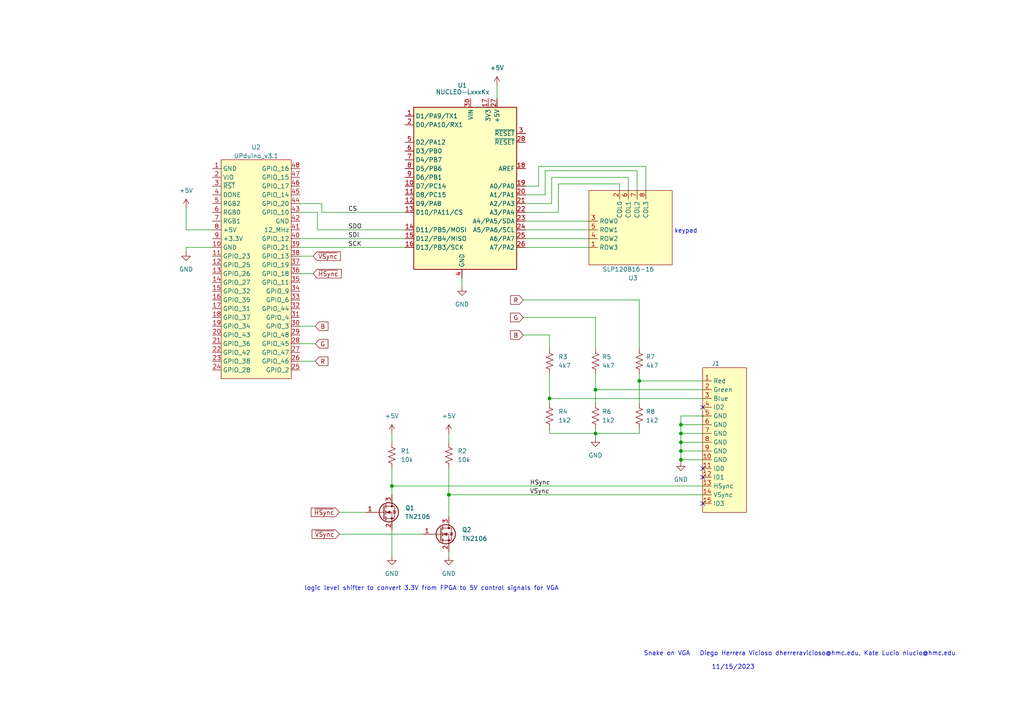
<source format=kicad_sch>
(kicad_sch (version 20230121) (generator eeschema)
  (paper "A4")
  (lib_symbols
    (symbol "Device:R_US" (pin_numbers hide) (pin_names (offset 0))
      (property "Reference" "R" (at 2.54 0 90))
      (property "Value" "R_US" (at -2.54 0 90))
      (symbol "R_US_0_1"
        (polyline (pts (xy 0 -2.286) (xy 0 -2.54)))
        (polyline (pts (xy 0 2.286) (xy 0 2.54)))
        (polyline (pts (xy 0 -0.762) (xy 1.016 -1.143) (xy 0 -1.524) (xy -1.016 -1.905) (xy 0 -2.286)))
        (polyline (pts (xy 0 0.762) (xy 1.016 0.381) (xy 0 0) (xy -1.016 -0.381) (xy 0 -0.762)))
        (polyline (pts (xy 0 2.286) (xy 1.016 1.905) (xy 0 1.524) (xy -1.016 1.143) (xy 0 0.762)))
      )
      (symbol "R_US_1_1"
        (pin passive line (at 0 3.81 270) (length 1.27) (name "~") (number "1"))
        (pin passive line (at 0 -3.81 90) (length 1.27) (name "~") (number "2"))
      )
    )
    (symbol "E155_Symbols:NUCLEO-LxxxKx"
      (property "Reference" "U?" (at -10.16 23.495 0))
      (property "Value" "NUCLEO-LxxxKx" (at -17.145 27.94 0))
      (symbol "NUCLEO-LxxxKx_0_1"
        (rectangle (start -13.97 22.86) (end 15.875 -24.13) (stroke (width 0.254)) (fill (type background)))
      )
      (symbol "NUCLEO-LxxxKx_1_1"
        (pin bidirectional line (at -16.51 20.32 0) (length 2.54) (name "D1/PA9/TX1") (number "1"))
        (pin bidirectional line (at -16.51 0 0) (length 2.54) (name "D7/PC14") (number "10"))
        (pin bidirectional line (at -16.51 -2.54 0) (length 2.54) (name "D8/PC15") (number "11"))
        (pin bidirectional line (at -16.51 -5.08 0) (length 2.54) (name "D9/PA8") (number "12"))
        (pin bidirectional line (at -16.51 -7.62 0) (length 2.54) (name "D10/PA11/CS") (number "13"))
        (pin bidirectional line (at -16.51 -12.7 0) (length 2.54) (name "D11/PB5/MOSI") (number "14"))
        (pin bidirectional line (at -16.51 -15.24 0) (length 2.54) (name "D12/PB4/MISO") (number "15"))
        (pin bidirectional line (at -16.51 -17.78 0) (length 2.54) (name "D13/PB3/SCK") (number "16"))
        (pin power_out line (at 7.62 25.4 270) (length 2.54) (name "3V3") (number "17"))
        (pin input line (at 18.415 5.08 180) (length 2.54) (name "AREF") (number "18"))
        (pin bidirectional line (at 18.415 0 180) (length 2.54) (name "A0/PA0") (number "19"))
        (pin bidirectional line (at -16.51 17.78 0) (length 2.54) (name "D0/PA10/RX1") (number "2"))
        (pin bidirectional line (at 18.415 -2.54 180) (length 2.54) (name "A1/PA1") (number "20"))
        (pin bidirectional line (at 18.415 -5.08 180) (length 2.54) (name "A2/PA3") (number "21"))
        (pin bidirectional line (at 18.415 -7.62 180) (length 2.54) (name "A3/PA4") (number "22"))
        (pin bidirectional line (at 18.415 -10.16 180) (length 2.54) (name "A4/PA5/SDA") (number "23"))
        (pin bidirectional line (at 18.415 -12.7 180) (length 2.54) (name "A5/PA6/SCL") (number "24"))
        (pin bidirectional line (at 18.415 -15.24 180) (length 2.54) (name "A6/PA7") (number "25"))
        (pin bidirectional line (at 18.415 -17.78 180) (length 2.54) (name "A7/PA2") (number "26"))
        (pin power_out line (at 10.16 25.4 270) (length 2.54) (name "+5V") (number "27"))
        (pin input line (at 18.415 12.7 180) (length 2.54) (name "~{RESET}") (number "28"))
        (pin passive line (at 0 -26.67 90) (length 2.54) hide (name "GND") (number "29"))
        (pin input line (at 18.415 15.24 180) (length 2.54) (name "~{RESET}") (number "3"))
        (pin power_in line (at 2.54 25.4 270) (length 2.54) (name "VIN") (number "30"))
        (pin power_in line (at 0 -26.67 90) (length 2.54) (name "GND") (number "4"))
        (pin bidirectional line (at -16.51 12.7 0) (length 2.54) (name "D2/PA12") (number "5"))
        (pin bidirectional line (at -16.51 10.16 0) (length 2.54) (name "D3/PB0") (number "6"))
        (pin bidirectional line (at -16.51 7.62 0) (length 2.54) (name "D4/PB7") (number "7"))
        (pin bidirectional line (at -16.51 5.08 0) (length 2.54) (name "D5/PB6") (number "8"))
        (pin bidirectional line (at -16.51 2.54 0) (length 2.54) (name "D6/PB1") (number "9"))
      )
    )
    (symbol "E155_Symbols:UPduino_v3.1"
      (property "Reference" "U" (at 0 0 0))
      (property "Value" "UPduino_v3.1" (at 0 -1.905 0))
      (symbol "UPduino_v3.1_0_1"
        (rectangle (start -10.16 66.04) (end 10.16 2.54) (stroke (width 0.1524)) (fill (type background)))
      )
      (symbol "UPduino_v3.1_1_1"
        (pin power_in line (at -12.7 63.5 0) (length 2.54) (name "GND") (number "1"))
        (pin input line (at -12.7 40.64 0) (length 2.54) (name "GND") (number "10"))
        (pin input line (at -12.7 38.1 0) (length 2.54) (name "GPIO_23") (number "11"))
        (pin input line (at -12.7 35.56 0) (length 2.54) (name "GPIO_25") (number "12"))
        (pin input line (at -12.7 33.02 0) (length 2.54) (name "GPIO_26") (number "13"))
        (pin input line (at -12.7 30.48 0) (length 2.54) (name "GPIO_27") (number "14"))
        (pin input line (at -12.7 27.94 0) (length 2.54) (name "GPIO_32") (number "15"))
        (pin input line (at -12.7 25.4 0) (length 2.54) (name "GPIO_35") (number "16"))
        (pin input line (at -12.7 22.86 0) (length 2.54) (name "GPIO_31") (number "17"))
        (pin input line (at -12.7 20.32 0) (length 2.54) (name "GPIO_37") (number "18"))
        (pin input line (at -12.7 17.78 0) (length 2.54) (name "GPIO_34") (number "19"))
        (pin input line (at -12.7 60.96 0) (length 2.54) (name "VIO") (number "2"))
        (pin input line (at -12.7 15.24 0) (length 2.54) (name "GPIO_43") (number "20"))
        (pin input line (at -12.7 12.7 0) (length 2.54) (name "GPIO_36") (number "21"))
        (pin input line (at -12.7 10.16 0) (length 2.54) (name "GPIO_42") (number "22"))
        (pin input line (at -12.7 7.62 0) (length 2.54) (name "GPIO_38") (number "23"))
        (pin input line (at -12.7 5.08 0) (length 2.54) (name "GPIO_28") (number "24"))
        (pin input line (at 12.7 5.08 180) (length 2.54) (name "GPIO_2") (number "25"))
        (pin input line (at 12.7 7.62 180) (length 2.54) (name "GPIO_46") (number "26"))
        (pin input line (at 12.7 10.16 180) (length 2.54) (name "GPIO_47") (number "27"))
        (pin input line (at 12.7 12.7 180) (length 2.54) (name "GPIO_45") (number "28"))
        (pin input line (at 12.7 15.24 180) (length 2.54) (name "GPIO_48") (number "29"))
        (pin input line (at -12.7 58.42 0) (length 2.54) (name "~{RST}") (number "3"))
        (pin input line (at 12.7 17.78 180) (length 2.54) (name "GPIO_3") (number "30"))
        (pin input line (at 12.7 20.32 180) (length 2.54) (name "GPIO_4") (number "31"))
        (pin input line (at 12.7 22.86 180) (length 2.54) (name "GPIO_44") (number "32"))
        (pin input line (at 12.7 25.4 180) (length 2.54) (name "GPIO_6") (number "33"))
        (pin input line (at 12.7 27.94 180) (length 2.54) (name "GPIO_9") (number "34"))
        (pin input line (at 12.7 30.48 180) (length 2.54) (name "GPIO_11") (number "35"))
        (pin input line (at 12.7 33.02 180) (length 2.54) (name "GPIO_18") (number "36"))
        (pin input line (at 12.7 35.56 180) (length 2.54) (name "GPIO_19") (number "37"))
        (pin input line (at 12.7 38.1 180) (length 2.54) (name "GPIO_13") (number "38"))
        (pin input line (at 12.7 40.64 180) (length 2.54) (name "GPIO_21") (number "39"))
        (pin input line (at -12.7 55.88 0) (length 2.54) (name "DONE") (number "4"))
        (pin input line (at 12.7 43.18 180) (length 2.54) (name "GPIO_12") (number "40"))
        (pin input line (at 12.7 45.72 180) (length 2.54) (name "12_MHz") (number "41"))
        (pin input line (at 12.7 48.26 180) (length 2.54) (name "GND") (number "42"))
        (pin input line (at 12.7 50.8 180) (length 2.54) (name "GPIO_10") (number "43"))
        (pin input line (at 12.7 53.34 180) (length 2.54) (name "GPIO_20") (number "44"))
        (pin input line (at 12.7 55.88 180) (length 2.54) (name "GPIO_14") (number "45"))
        (pin input line (at 12.7 58.42 180) (length 2.54) (name "GPIO_17") (number "46"))
        (pin input line (at 12.7 60.96 180) (length 2.54) (name "GPIO_15") (number "47"))
        (pin input line (at 12.7 63.5 180) (length 2.54) (name "GPIO_16") (number "48"))
        (pin input line (at -12.7 53.34 0) (length 2.54) (name "RGB2") (number "5"))
        (pin input line (at -12.7 50.8 0) (length 2.54) (name "RGB0") (number "6"))
        (pin input line (at -12.7 48.26 0) (length 2.54) (name "RGB1") (number "7"))
        (pin input line (at -12.7 45.72 0) (length 2.54) (name "+5V") (number "8"))
        (pin input line (at -12.7 43.18 0) (length 2.54) (name "+3.3V") (number "9"))
      )
    )
    (symbol "Keypad_Lib:SLP120B16-16"
      (property "Reference" "U" (at 1.27 -5.08 0))
      (property "Value" "SLP120B16-16" (at 3.81 -2.54 0))
      (symbol "SLP120B16-16_1_1"
        (rectangle (start -12.7 10.16) (end 11.43 -11.43) (fill (type background)))
        (pin input line (at -12.7 -6.35 0) (length 2.54) (name "ROW3") (number "1"))
        (pin input line (at -3.81 10.16 270) (length 2.54) (name "COL0") (number "2"))
        (pin input line (at -12.7 1.27 0) (length 2.54) (name "ROW0") (number "3"))
        (pin input line (at -12.7 -3.81 0) (length 2.54) (name "ROW2") (number "4"))
        (pin input line (at -12.7 -1.27 0) (length 2.54) (name "ROW1") (number "5"))
        (pin input line (at -1.27 10.16 270) (length 2.54) (name "COL1") (number "6"))
        (pin input line (at 1.27 10.16 270) (length 2.54) (name "COL2") (number "7"))
        (pin input line (at 3.81 10.16 270) (length 2.54) (name "COL3") (number "8"))
      )
    )
    (symbol "Transistor_FET:BSN20" (pin_names hide)
      (property "Reference" "Q" (at 5.08 1.905 0))
      (property "Value" "BSN20" (at 5.08 0 0))
      (symbol "BSN20_0_1"
        (polyline (pts (xy 0.254 0) (xy -2.54 0)))
        (polyline (pts (xy 0.254 1.905) (xy 0.254 -1.905)) (stroke (width 0.254)))
        (polyline (pts (xy 0.762 -1.27) (xy 0.762 -2.286)) (stroke (width 0.254)))
        (polyline (pts (xy 0.762 0.508) (xy 0.762 -0.508)) (stroke (width 0.254)))
        (polyline (pts (xy 0.762 2.286) (xy 0.762 1.27)) (stroke (width 0.254)))
        (polyline (pts (xy 2.54 2.54) (xy 2.54 1.778)))
        (polyline (pts (xy 2.54 -2.54) (xy 2.54 0) (xy 0.762 0)))
        (polyline (pts (xy 0.762 -1.778) (xy 3.302 -1.778) (xy 3.302 1.778) (xy 0.762 1.778)))
        (polyline (pts (xy 1.016 0) (xy 2.032 0.381) (xy 2.032 -0.381) (xy 1.016 0)) (fill (type outline)))
        (polyline (pts (xy 2.794 0.508) (xy 2.921 0.381) (xy 3.683 0.381) (xy 3.81 0.254)))
        (polyline (pts (xy 3.302 0.381) (xy 2.921 -0.254) (xy 3.683 -0.254) (xy 3.302 0.381)))
        (circle (center 1.651 0) (radius 2.794) (stroke (width 0.254)))
        (circle (center 2.54 -1.778) (radius 0.254) (fill (type outline)))
        (circle (center 2.54 1.778) (radius 0.254) (fill (type outline)))
      )
      (symbol "BSN20_1_1"
        (pin input line (at -5.08 0 0) (length 2.54) (name "G") (number "1"))
        (pin passive line (at 2.54 -5.08 90) (length 2.54) (name "S") (number "2"))
        (pin passive line (at 2.54 5.08 270) (length 2.54) (name "D") (number "3"))
      )
    )
    (symbol "power:+5V" (power) (pin_names (offset 0))
      (property "Value" "+5V" (at 0 3.556 0))
      (symbol "+5V_0_1"
        (polyline (pts (xy -0.762 1.27) (xy 0 2.54)))
        (polyline (pts (xy 0 0) (xy 0 2.54)))
        (polyline (pts (xy 0 2.54) (xy 0.762 1.27)))
      )
      (symbol "+5V_1_1"
        (pin power_in line (at 0 0 90) (length 0) hide (name "+5V") (number "1"))
      )
    )
    (symbol "power:GND" (power) (pin_names (offset 0))
      (property "Value" "GND" (at 0 -3.81 0))
      (symbol "GND_0_1"
        (polyline (pts (xy 0 0) (xy 0 -1.27) (xy 1.27 -1.27) (xy 0 -2.54) (xy -1.27 -1.27) (xy 0 -1.27)))
      )
      (symbol "GND_1_1"
        (pin power_in line (at 0 0 270) (length 0) hide (name "GND") (number "1"))
      )
    )
    (symbol "snake_vga_lib:VGA_CONN"
      (property "Reference" "J" (at -2.54 21.59 0))
      (symbol "VGA_CONN_1_1"
        (rectangle (start -7.62 20.32) (end 5.08 -21.59) (fill (type background)))
        (pin input line (at -7.62 16.51 0) (length 2.54) (name "Red") (number "1"))
        (pin input line (at -7.62 -6.35 0) (length 2.54) (name "GND") (number "10"))
        (pin input line (at -7.62 -8.89 0) (length 2.54) (name "ID0") (number "11"))
        (pin input line (at -7.62 -11.43 0) (length 2.54) (name "ID1") (number "12"))
        (pin input line (at -7.62 -13.97 0) (length 2.54) (name "HSync") (number "13"))
        (pin input line (at -7.62 -16.51 0) (length 2.54) (name "VSync") (number "14"))
        (pin input line (at -7.62 -19.05 0) (length 2.54) (name "ID3") (number "15"))
        (pin input line (at -7.62 13.97 0) (length 2.54) (name "Green") (number "2"))
        (pin input line (at -7.62 11.43 0) (length 2.54) (name "Blue") (number "3"))
        (pin input line (at -7.62 8.89 0) (length 2.54) (name "ID2") (number "4"))
        (pin input line (at -7.62 6.35 0) (length 2.54) (name "GND") (number "5"))
        (pin input line (at -7.62 3.81 0) (length 2.54) (name "GND") (number "6"))
        (pin input line (at -7.62 1.27 0) (length 2.54) (name "GND") (number "7"))
        (pin input line (at -7.62 -1.27 0) (length 2.54) (name "GND") (number "8"))
        (pin input line (at -7.62 -3.81 0) (length 2.54) (name "GND") (number "9"))
      )
    )
  )
  (junction (at 197.485 130.81))
  (junction (at 197.485 123.19))
  (junction (at 185.42 110.49))
  (junction (at 197.485 133.35))
  (junction (at 197.485 125.73))
  (junction (at 130.175 143.51))
  (junction (at 172.72 125.73))
  (junction (at 197.485 128.27))
  (junction (at 113.665 140.97))
  (junction (at 159.385 115.57))
  (junction (at 172.72 113.03))
  (no_connect (at 203.835 138.43))
  (no_connect (at 203.835 118.11))
  (no_connect (at 203.835 146.05))
  (no_connect (at 203.835 135.89))
  (wire (pts (xy 185.42 108.585) (xy 185.42 110.49)))
  (wire (pts (xy 86.995 104.775) (xy 91.44 104.775)))
  (wire (pts (xy 113.665 153.67) (xy 113.665 161.29)))
  (wire (pts (xy 130.175 125.73) (xy 130.175 128.27)))
  (wire (pts (xy 159.385 115.57) (xy 159.385 116.84)))
  (wire (pts (xy 179.705 53.34) (xy 179.705 55.245)))
  (wire (pts (xy 152.4 56.515) (xy 158.115 56.515)))
  (wire (pts (xy 86.995 94.615) (xy 91.44 94.615)))
  (wire (pts (xy 203.835 110.49) (xy 185.42 110.49)))
  (wire (pts (xy 172.72 108.585) (xy 172.72 113.03)))
  (wire (pts (xy 130.175 135.89) (xy 130.175 143.51)))
  (wire (pts (xy 93.345 59.055) (xy 93.345 61.595)))
  (wire (pts (xy 98.425 154.94) (xy 122.555 154.94)))
  (wire (pts (xy 93.345 61.595) (xy 117.475 61.595)))
  (wire (pts (xy 197.485 128.27) (xy 197.485 130.81)))
  (wire (pts (xy 53.975 71.755) (xy 53.975 73.025)))
  (wire (pts (xy 172.72 125.73) (xy 185.42 125.73)))
  (wire (pts (xy 203.835 133.35) (xy 197.485 133.35)))
  (wire (pts (xy 152.4 64.135) (xy 170.815 64.135)))
  (wire (pts (xy 197.485 130.81) (xy 197.485 133.35)))
  (wire (pts (xy 152.4 59.055) (xy 160.02 59.055)))
  (wire (pts (xy 161.925 53.34) (xy 179.705 53.34)))
  (wire (pts (xy 172.72 124.46) (xy 172.72 125.73)))
  (wire (pts (xy 172.72 92.075) (xy 151.765 92.075)))
  (wire (pts (xy 113.665 125.73) (xy 113.665 128.27)))
  (wire (pts (xy 133.985 80.645) (xy 133.985 83.185)))
  (wire (pts (xy 130.175 143.51) (xy 130.175 149.86)))
  (wire (pts (xy 158.115 49.53) (xy 184.785 49.53)))
  (wire (pts (xy 161.925 61.595) (xy 161.925 53.34)))
  (wire (pts (xy 86.995 74.295) (xy 90.805 74.295)))
  (wire (pts (xy 151.765 97.155) (xy 159.385 97.155)))
  (wire (pts (xy 185.42 86.995) (xy 185.42 100.965)))
  (wire (pts (xy 187.325 48.26) (xy 156.21 48.26)))
  (wire (pts (xy 185.42 124.46) (xy 185.42 125.73)))
  (wire (pts (xy 197.485 125.73) (xy 197.485 128.27)))
  (wire (pts (xy 130.175 160.02) (xy 130.175 161.29)))
  (wire (pts (xy 172.72 125.73) (xy 172.72 127)))
  (wire (pts (xy 98.425 148.59) (xy 106.045 148.59)))
  (wire (pts (xy 197.485 130.81) (xy 203.835 130.81)))
  (wire (pts (xy 86.995 99.695) (xy 91.44 99.695)))
  (wire (pts (xy 182.245 51.435) (xy 182.245 55.245)))
  (wire (pts (xy 53.975 66.675) (xy 61.595 66.675)))
  (wire (pts (xy 159.385 115.57) (xy 203.835 115.57)))
  (wire (pts (xy 113.665 140.97) (xy 113.665 143.51)))
  (wire (pts (xy 151.765 86.995) (xy 185.42 86.995)))
  (wire (pts (xy 197.485 123.19) (xy 203.835 123.19)))
  (wire (pts (xy 61.595 71.755) (xy 53.975 71.755)))
  (wire (pts (xy 197.485 128.27) (xy 203.835 128.27)))
  (wire (pts (xy 156.21 53.975) (xy 152.4 53.975)))
  (wire (pts (xy 184.785 49.53) (xy 184.785 55.245)))
  (wire (pts (xy 159.385 124.46) (xy 159.385 125.73)))
  (wire (pts (xy 113.665 140.97) (xy 203.835 140.97)))
  (wire (pts (xy 144.145 24.765) (xy 144.145 28.575)))
  (wire (pts (xy 113.665 135.89) (xy 113.665 140.97)))
  (wire (pts (xy 160.02 59.055) (xy 160.02 51.435)))
  (wire (pts (xy 152.4 66.675) (xy 170.815 66.675)))
  (wire (pts (xy 86.995 69.215) (xy 117.475 69.215)))
  (wire (pts (xy 159.385 97.155) (xy 159.385 100.965)))
  (wire (pts (xy 159.385 108.585) (xy 159.385 115.57)))
  (wire (pts (xy 130.175 143.51) (xy 203.835 143.51)))
  (wire (pts (xy 92.075 61.595) (xy 92.075 66.675)))
  (wire (pts (xy 203.835 113.03) (xy 172.72 113.03)))
  (wire (pts (xy 53.975 60.325) (xy 53.975 66.675)))
  (wire (pts (xy 172.72 113.03) (xy 172.72 116.84)))
  (wire (pts (xy 185.42 110.49) (xy 185.42 116.84)))
  (wire (pts (xy 203.835 120.65) (xy 197.485 120.65)))
  (wire (pts (xy 187.325 55.245) (xy 187.325 48.26)))
  (wire (pts (xy 160.02 51.435) (xy 182.245 51.435)))
  (wire (pts (xy 86.995 79.375) (xy 90.805 79.375)))
  (wire (pts (xy 172.72 92.075) (xy 172.72 100.965)))
  (wire (pts (xy 86.995 71.755) (xy 117.475 71.755)))
  (wire (pts (xy 159.385 125.73) (xy 172.72 125.73)))
  (wire (pts (xy 92.075 66.675) (xy 117.475 66.675)))
  (wire (pts (xy 197.485 120.65) (xy 197.485 123.19)))
  (wire (pts (xy 152.4 69.215) (xy 170.815 69.215)))
  (wire (pts (xy 86.995 61.595) (xy 92.075 61.595)))
  (wire (pts (xy 197.485 123.19) (xy 197.485 125.73)))
  (wire (pts (xy 197.485 125.73) (xy 203.835 125.73)))
  (wire (pts (xy 156.21 48.26) (xy 156.21 53.975)))
  (wire (pts (xy 158.115 56.515) (xy 158.115 49.53)))
  (wire (pts (xy 86.995 59.055) (xy 93.345 59.055)))
  (wire (pts (xy 152.4 61.595) (xy 161.925 61.595)))
  (wire (pts (xy 152.4 71.755) (xy 170.815 71.755)))
  (wire (pts (xy 197.485 133.35) (xy 197.485 133.985)))
  (text "logic level shifter to convert 3.3V from FPGA to 5V control signals for VGA\n" (at 88.265 171.45 0) (effects (font (size 1.27 1.27)) (justify left bottom)))
  (text "Snake on VGA   Diego Herrera Vicioso dherreravicioso@hmc.edu, Kate Lucio nlucio@hmc.edu\n\n" (at 186.69 192.405 0) (effects (font (size 1.27 1.27)) (justify left bottom)))
  (text "11/15/2023\n" (at 206.375 194.31 0) (effects (font (size 1.27 1.27)) (justify left bottom)))
  (text "keypad\n\n" (at 195.58 69.85 0) (effects (font (size 1.27 1.27)) (justify left bottom)))
  (label "SDO" (at 100.965 66.675 0))
  (label "HSync" (at 153.67 140.97 0))
  (label "SDI" (at 100.965 69.215 0))
  (label "SCK" (at 100.965 71.755 0))
  (label "VSync" (at 153.67 143.51 0))
  (label "CS" (at 100.965 61.595 0))
  (global_label "G" (shape input) (at 151.765 92.075 180) (property "Intersheetrefs" "${INTERSHEET_REFS}" (effects hide)))
  (global_label "~{VSync}" (shape input) (at 98.425 154.94 180) (property "Intersheetrefs" "${INTERSHEET_REFS}" (effects hide)))
  (global_label "~{HSync}" (shape input) (at 98.425 148.59 180) (property "Intersheetrefs" "${INTERSHEET_REFS}" (effects hide)))
  (global_label "G" (shape input) (at 91.44 99.695 0) (property "Intersheetrefs" "${INTERSHEET_REFS}" (effects hide)))
  (global_label "~{HSync}" (shape input) (at 90.805 79.375 0) (property "Intersheetrefs" "${INTERSHEET_REFS}" (effects hide)))
  (global_label "B" (shape input) (at 151.765 97.155 180) (property "Intersheetrefs" "${INTERSHEET_REFS}" (effects hide)))
  (global_label "B" (shape input) (at 91.44 94.615 0) (property "Intersheetrefs" "${INTERSHEET_REFS}" (effects hide)))
  (global_label "R" (shape input) (at 91.44 104.775 0) (property "Intersheetrefs" "${INTERSHEET_REFS}" (effects hide)))
  (global_label "R" (shape input) (at 151.765 86.995 180) (property "Intersheetrefs" "${INTERSHEET_REFS}" (effects hide)))
  (global_label "~{VSync}" (shape input) (at 90.805 74.295 0) (property "Intersheetrefs" "${INTERSHEET_REFS}" (effects hide)))
  (symbol (lib_id "Device:R_US") (at 159.385 104.775 0) (unit 1)
    (property "Reference" "R3" (at 161.925 103.505 0) (effects (justify left)))
    (property "Value" "4k7" (at 161.925 106.045 0) (effects (justify left)))
  )
  (symbol (lib_id "snake_vga_lib:VGA_CONN") (at 211.455 127 0) (unit 1)
    (property "Reference" "J1" (at 206.375 105.41 0) (effects (justify left)))
    (property "Value" "~" (at 203.835 120.65 0))
  )
  (symbol (lib_id "Device:R_US") (at 185.42 104.775 0) (unit 1)
    (property "Reference" "R7" (at 187.325 103.505 0) (effects (justify left)))
    (property "Value" "4k7" (at 187.325 106.045 0) (effects (justify left)))
  )
  (symbol (lib_id "power:+5V") (at 113.665 125.73 0) (unit 1)
    (property "Reference" "#PWR07" (effects hide))
    (property "Value" "+5V" (at 113.665 120.65 0))
  )
  (symbol (lib_id "Transistor_FET:BSN20") (at 111.125 148.59 0) (unit 1)
    (property "Reference" "Q1" (at 117.475 147.32 0) (effects (justify left)))
    (property "Value" "TN2106" (at 117.475 149.86 0) (effects (justify left)))
    (property "Footprint" "Package_TO_SOT_SMD:SOT-23" (effects hide))
    (property "Datasheet" "http://www.diodes.com/assets/Datasheets/ds31898.pdf" (effects hide))
  )
  (symbol (lib_id "power:GND") (at 172.72 127 0) (unit 1)
    (property "Reference" "#PWR09" (effects hide))
    (property "Value" "GND" (at 172.72 132.08 0))
  )
  (symbol (lib_id "E155_Symbols:NUCLEO-LxxxKx") (at 133.985 53.975 0) (unit 1)
    (property "Reference" "U1" (at 132.715 24.765 0) (effects (justify left)))
    (property "Value" "NUCLEO-LxxxKx" (at 126.365 26.6669 0) (effects (justify left)))
    (property "Footprint" "E155_Footprints:NUCLEO-32" (effects hide))
    (property "Datasheet" "https://content.arduino.cc/assets/NANOEveryV3.0_sch.pdf" (effects hide))
  )
  (symbol (lib_id "Transistor_FET:BSN20") (at 127.635 154.94 0) (unit 1)
    (property "Reference" "Q2" (at 133.985 153.67 0) (effects (justify left)))
    (property "Value" "TN2106" (at 133.985 156.21 0) (effects (justify left)))
    (property "Footprint" "Package_TO_SOT_SMD:SOT-23" (effects hide))
    (property "Datasheet" "http://www.diodes.com/assets/Datasheets/ds31898.pdf" (effects hide))
  )
  (symbol (lib_id "Device:R_US") (at 172.72 104.775 0) (unit 1)
    (property "Reference" "R5" (at 174.625 103.505 0) (effects (justify left)))
    (property "Value" "4k7" (at 174.625 106.045 0) (effects (justify left)))
  )
  (symbol (lib_id "E155_Symbols:UPduino_v3.1") (at 74.295 112.395 0) (unit 1)
    (property "Reference" "U2" (at 74.295 42.706 0))
    (property "Value" "UPduino_v3.1" (at 74.295 45.2429 0))
    (property "Footprint" "E155_Footprints:UPduino_v3.1" (effects hide))
    (property "Datasheet" "https://upduino.readthedocs.io/en/latest/features/specs.html#upduino-pinout" (effects hide))
  )
  (symbol (lib_id "power:GND") (at 197.485 133.985 0) (unit 1)
    (property "Reference" "#PWR010" (effects hide))
    (property "Value" "GND" (at 197.485 139.065 0))
  )
  (symbol (lib_id "Keypad_Lib:SLP120B16-16") (at 183.515 65.405 0) (unit 1)
    (property "Reference" "U3" (at 182.245 80.645 0) (effects (justify left)))
    (property "Value" "SLP120B16-16" (at 182.245 78.105 0))
  )
  (symbol (lib_id "Device:R_US") (at 172.72 120.65 0) (unit 1)
    (property "Reference" "R6" (at 174.625 119.38 0) (effects (justify left)))
    (property "Value" "1k2" (at 174.625 121.92 0) (effects (justify left)))
  )
  (symbol (lib_id "Device:R_US") (at 159.385 120.65 0) (unit 1)
    (property "Reference" "R4" (at 161.925 119.38 0) (effects (justify left)))
    (property "Value" "1k2" (at 161.925 121.92 0) (effects (justify left)))
  )
  (symbol (lib_id "power:GND") (at 113.665 161.29 0) (unit 1)
    (property "Reference" "#PWR06" (effects hide))
    (property "Value" "GND" (at 113.665 166.37 0))
  )
  (symbol (lib_id "power:+5V") (at 130.175 125.73 0) (unit 1)
    (property "Reference" "#PWR08" (effects hide))
    (property "Value" "+5V" (at 130.175 120.65 0))
  )
  (symbol (lib_id "Device:R_US") (at 185.42 120.65 0) (unit 1)
    (property "Reference" "R8" (at 187.325 119.38 0) (effects (justify left)))
    (property "Value" "1k2" (at 187.325 121.92 0) (effects (justify left)))
  )
  (symbol (lib_id "Device:R_US") (at 130.175 132.08 0) (unit 1)
    (property "Reference" "R2" (at 132.715 130.81 0) (effects (justify left)))
    (property "Value" "10k" (at 132.715 133.35 0) (effects (justify left)))
  )
  (symbol (lib_id "power:+5V") (at 144.145 24.765 0) (unit 1)
    (property "Reference" "#PWR02" (effects hide))
    (property "Value" "+5V" (at 144.145 19.685 0))
  )
  (symbol (lib_id "power:GND") (at 53.975 73.025 0) (unit 1)
    (property "Reference" "#PWR04" (effects hide))
    (property "Value" "GND" (at 53.975 78.105 0))
  )
  (symbol (lib_id "power:GND") (at 130.175 161.29 0) (unit 1)
    (property "Reference" "#PWR05" (effects hide))
    (property "Value" "GND" (at 130.175 166.37 0))
  )
  (symbol (lib_id "power:GND") (at 133.985 83.185 0) (unit 1)
    (property "Reference" "#PWR01" (effects hide))
    (property "Value" "GND" (at 133.985 88.265 0))
  )
  (symbol (lib_id "power:+5V") (at 53.975 60.325 0) (unit 1)
    (property "Reference" "#PWR03" (effects hide))
    (property "Value" "+5V" (at 53.975 55.245 0))
  )
  (symbol (lib_id "Device:R_US") (at 113.665 132.08 0) (unit 1)
    (property "Reference" "R1" (at 116.205 130.81 0) (effects (justify left)))
    (property "Value" "10k" (at 116.205 133.35 0) (effects (justify left)))
  )
)
</source>
